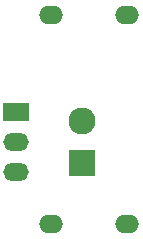
<source format=gbl>
%FSTAX24Y24*%
%MOIN*%
G70*
G01*
G75*
G04 Layer_Physical_Order=2*
G04 Layer_Color=16711680*
%ADD10R,0.0394X0.0500*%
G04:AMPARAMS|DCode=11|XSize=23.6mil|YSize=39.4mil|CornerRadius=3mil|HoleSize=0mil|Usage=FLASHONLY|Rotation=180.000|XOffset=0mil|YOffset=0mil|HoleType=Round|Shape=RoundedRectangle|*
%AMROUNDEDRECTD11*
21,1,0.0236,0.0335,0,0,180.0*
21,1,0.0177,0.0394,0,0,180.0*
1,1,0.0059,-0.0089,0.0167*
1,1,0.0059,0.0089,0.0167*
1,1,0.0059,0.0089,-0.0167*
1,1,0.0059,-0.0089,-0.0167*
%
%ADD11ROUNDEDRECTD11*%
%ADD12C,0.0400*%
%ADD13C,0.0160*%
%ADD14R,0.0846X0.1211*%
%ADD15O,0.0800X0.0600*%
%ADD16R,0.0902X0.0902*%
%ADD17C,0.0902*%
%ADD18O,0.0850X0.0600*%
%ADD19R,0.0850X0.0600*%
D15*
X038806Y01459D02*
D03*
Y021578D02*
D03*
X036256D02*
D03*
Y01459D02*
D03*
D16*
X0373Y01665D02*
D03*
D17*
Y018028D02*
D03*
D18*
X0351Y01635D02*
D03*
Y01735D02*
D03*
D19*
Y01835D02*
D03*
M02*

</source>
